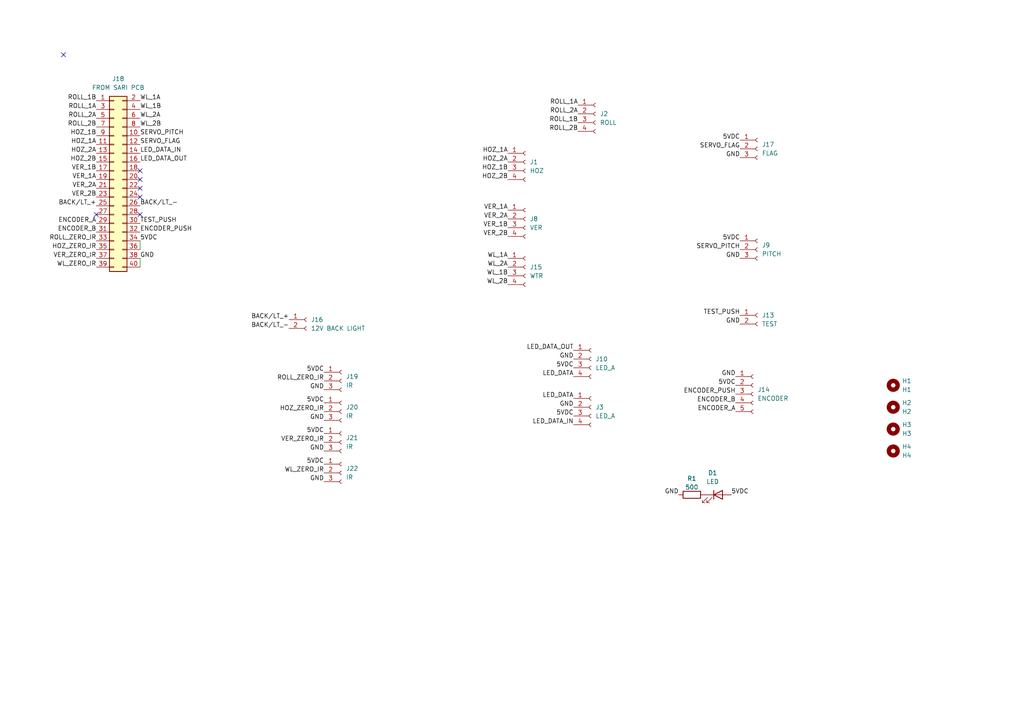
<source format=kicad_sch>
(kicad_sch (version 20211123) (generator eeschema)
  (paper "A4")
  (title_block (date "mar. 31 mars 2015"))
  (lib_symbols
    (symbol "Connector:Conn_01x02_Female" (pin_names (offset 1.016) hide)
      (property "Reference" "J" (at 0 2.54 0))
      (property "Value" "Conn_01x02_Female" (at 0 -5.08 0))
      (symbol "Conn_01x02_Female_1_1"
        (arc (start 0 -2.032) (mid -0.508 -2.54) (end 0 -3.048) (stroke (width 0.1524)))
        (polyline (pts (xy -1.27 -2.54) (xy -0.508 -2.54)) (stroke (width 0.1524)))
        (polyline (pts (xy -1.27 0) (xy -0.508 0)) (stroke (width 0.1524)))
        (arc (start 0 0.508) (mid -0.508 0) (end 0 -0.508) (stroke (width 0.1524)))
        (pin passive line (at -5.08 0 0) (length 3.81) (name "Pin_1") (number "1"))
        (pin passive line (at -5.08 -2.54 0) (length 3.81) (name "Pin_2") (number "2"))
      )
    )
    (symbol "Connector:Conn_01x03_Female" (pin_names (offset 1.016) hide)
      (property "Reference" "J" (at 0 5.08 0))
      (property "Value" "Conn_01x03_Female" (at 0 -5.08 0))
      (symbol "Conn_01x03_Female_1_1"
        (arc (start 0 -2.032) (mid -0.508 -2.54) (end 0 -3.048) (stroke (width 0.1524)))
        (polyline (pts (xy -1.27 -2.54) (xy -0.508 -2.54)) (stroke (width 0.1524)))
        (polyline (pts (xy -1.27 0) (xy -0.508 0)) (stroke (width 0.1524)))
        (polyline (pts (xy -1.27 2.54) (xy -0.508 2.54)) (stroke (width 0.1524)))
        (arc (start 0 0.508) (mid -0.508 0) (end 0 -0.508) (stroke (width 0.1524)))
        (arc (start 0 3.048) (mid -0.508 2.54) (end 0 2.032) (stroke (width 0.1524)))
        (pin passive line (at -5.08 2.54 0) (length 3.81) (name "Pin_1") (number "1"))
        (pin passive line (at -5.08 0 0) (length 3.81) (name "Pin_2") (number "2"))
        (pin passive line (at -5.08 -2.54 0) (length 3.81) (name "Pin_3") (number "3"))
      )
    )
    (symbol "Connector:Conn_01x04_Female" (pin_names (offset 1.016) hide)
      (property "Reference" "J" (at 0 5.08 0))
      (property "Value" "Conn_01x04_Female" (at 0 -7.62 0))
      (symbol "Conn_01x04_Female_1_1"
        (arc (start 0 -4.572) (mid -0.508 -5.08) (end 0 -5.588) (stroke (width 0.1524)))
        (arc (start 0 -2.032) (mid -0.508 -2.54) (end 0 -3.048) (stroke (width 0.1524)))
        (polyline (pts (xy -1.27 -5.08) (xy -0.508 -5.08)) (stroke (width 0.1524)))
        (polyline (pts (xy -1.27 -2.54) (xy -0.508 -2.54)) (stroke (width 0.1524)))
        (polyline (pts (xy -1.27 0) (xy -0.508 0)) (stroke (width 0.1524)))
        (polyline (pts (xy -1.27 2.54) (xy -0.508 2.54)) (stroke (width 0.1524)))
        (arc (start 0 0.508) (mid -0.508 0) (end 0 -0.508) (stroke (width 0.1524)))
        (arc (start 0 3.048) (mid -0.508 2.54) (end 0 2.032) (stroke (width 0.1524)))
        (pin passive line (at -5.08 2.54 0) (length 3.81) (name "Pin_1") (number "1"))
        (pin passive line (at -5.08 0 0) (length 3.81) (name "Pin_2") (number "2"))
        (pin passive line (at -5.08 -2.54 0) (length 3.81) (name "Pin_3") (number "3"))
        (pin passive line (at -5.08 -5.08 0) (length 3.81) (name "Pin_4") (number "4"))
      )
    )
    (symbol "Connector:Conn_01x05_Female" (pin_names (offset 1.016) hide)
      (property "Reference" "J" (at 0 7.62 0))
      (property "Value" "Conn_01x05_Female" (at 0 -7.62 0))
      (symbol "Conn_01x05_Female_1_1"
        (arc (start 0 -4.572) (mid -0.508 -5.08) (end 0 -5.588) (stroke (width 0.1524)))
        (arc (start 0 -2.032) (mid -0.508 -2.54) (end 0 -3.048) (stroke (width 0.1524)))
        (polyline (pts (xy -1.27 -5.08) (xy -0.508 -5.08)) (stroke (width 0.1524)))
        (polyline (pts (xy -1.27 -2.54) (xy -0.508 -2.54)) (stroke (width 0.1524)))
        (polyline (pts (xy -1.27 0) (xy -0.508 0)) (stroke (width 0.1524)))
        (polyline (pts (xy -1.27 2.54) (xy -0.508 2.54)) (stroke (width 0.1524)))
        (polyline (pts (xy -1.27 5.08) (xy -0.508 5.08)) (stroke (width 0.1524)))
        (arc (start 0 0.508) (mid -0.508 0) (end 0 -0.508) (stroke (width 0.1524)))
        (arc (start 0 3.048) (mid -0.508 2.54) (end 0 2.032) (stroke (width 0.1524)))
        (arc (start 0 5.588) (mid -0.508 5.08) (end 0 4.572) (stroke (width 0.1524)))
        (pin passive line (at -5.08 5.08 0) (length 3.81) (name "Pin_1") (number "1"))
        (pin passive line (at -5.08 2.54 0) (length 3.81) (name "Pin_2") (number "2"))
        (pin passive line (at -5.08 0 0) (length 3.81) (name "Pin_3") (number "3"))
        (pin passive line (at -5.08 -2.54 0) (length 3.81) (name "Pin_4") (number "4"))
        (pin passive line (at -5.08 -5.08 0) (length 3.81) (name "Pin_5") (number "5"))
      )
    )
    (symbol "Connector_Generic:Conn_02x20_Odd_Even" (pin_names (offset 1.016) hide)
      (property "Reference" "J" (at 1.27 25.4 0))
      (property "Value" "Conn_02x20_Odd_Even" (at 1.27 -27.94 0))
      (symbol "Conn_02x20_Odd_Even_1_1"
        (rectangle (start -1.27 -25.273) (end 0 -25.527) (stroke (width 0.1524)))
        (rectangle (start -1.27 -22.733) (end 0 -22.987) (stroke (width 0.1524)))
        (rectangle (start -1.27 -20.193) (end 0 -20.447) (stroke (width 0.1524)))
        (rectangle (start -1.27 -17.653) (end 0 -17.907) (stroke (width 0.1524)))
        (rectangle (start -1.27 -15.113) (end 0 -15.367) (stroke (width 0.1524)))
        (rectangle (start -1.27 -12.573) (end 0 -12.827) (stroke (width 0.1524)))
        (rectangle (start -1.27 -10.033) (end 0 -10.287) (stroke (width 0.1524)))
        (rectangle (start -1.27 -7.493) (end 0 -7.747) (stroke (width 0.1524)))
        (rectangle (start -1.27 -4.953) (end 0 -5.207) (stroke (width 0.1524)))
        (rectangle (start -1.27 -2.413) (end 0 -2.667) (stroke (width 0.1524)))
        (rectangle (start -1.27 0.127) (end 0 -0.127) (stroke (width 0.1524)))
        (rectangle (start -1.27 2.667) (end 0 2.413) (stroke (width 0.1524)))
        (rectangle (start -1.27 5.207) (end 0 4.953) (stroke (width 0.1524)))
        (rectangle (start -1.27 7.747) (end 0 7.493) (stroke (width 0.1524)))
        (rectangle (start -1.27 10.287) (end 0 10.033) (stroke (width 0.1524)))
        (rectangle (start -1.27 12.827) (end 0 12.573) (stroke (width 0.1524)))
        (rectangle (start -1.27 15.367) (end 0 15.113) (stroke (width 0.1524)))
        (rectangle (start -1.27 17.907) (end 0 17.653) (stroke (width 0.1524)))
        (rectangle (start -1.27 20.447) (end 0 20.193) (stroke (width 0.1524)))
        (rectangle (start -1.27 22.987) (end 0 22.733) (stroke (width 0.1524)))
        (rectangle (start -1.27 24.13) (end 3.81 -26.67) (stroke (width 0.254)) (fill (type background)))
        (rectangle (start 3.81 -25.273) (end 2.54 -25.527) (stroke (width 0.1524)))
        (rectangle (start 3.81 -22.733) (end 2.54 -22.987) (stroke (width 0.1524)))
        (rectangle (start 3.81 -20.193) (end 2.54 -20.447) (stroke (width 0.1524)))
        (rectangle (start 3.81 -17.653) (end 2.54 -17.907) (stroke (width 0.1524)))
        (rectangle (start 3.81 -15.113) (end 2.54 -15.367) (stroke (width 0.1524)))
        (rectangle (start 3.81 -12.573) (end 2.54 -12.827) (stroke (width 0.1524)))
        (rectangle (start 3.81 -10.033) (end 2.54 -10.287) (stroke (width 0.1524)))
        (rectangle (start 3.81 -7.493) (end 2.54 -7.747) (stroke (width 0.1524)))
        (rectangle (start 3.81 -4.953) (end 2.54 -5.207) (stroke (width 0.1524)))
        (rectangle (start 3.81 -2.413) (end 2.54 -2.667) (stroke (width 0.1524)))
        (rectangle (start 3.81 0.127) (end 2.54 -0.127) (stroke (width 0.1524)))
        (rectangle (start 3.81 2.667) (end 2.54 2.413) (stroke (width 0.1524)))
        (rectangle (start 3.81 5.207) (end 2.54 4.953) (stroke (width 0.1524)))
        (rectangle (start 3.81 7.747) (end 2.54 7.493) (stroke (width 0.1524)))
        (rectangle (start 3.81 10.287) (end 2.54 10.033) (stroke (width 0.1524)))
        (rectangle (start 3.81 12.827) (end 2.54 12.573) (stroke (width 0.1524)))
        (rectangle (start 3.81 15.367) (end 2.54 15.113) (stroke (width 0.1524)))
        (rectangle (start 3.81 17.907) (end 2.54 17.653) (stroke (width 0.1524)))
        (rectangle (start 3.81 20.447) (end 2.54 20.193) (stroke (width 0.1524)))
        (rectangle (start 3.81 22.987) (end 2.54 22.733) (stroke (width 0.1524)))
        (pin passive line (at -5.08 22.86 0) (length 3.81) (name "Pin_1") (number "1"))
        (pin passive line (at 7.62 12.7 180) (length 3.81) (name "Pin_10") (number "10"))
        (pin passive line (at -5.08 10.16 0) (length 3.81) (name "Pin_11") (number "11"))
        (pin passive line (at 7.62 10.16 180) (length 3.81) (name "Pin_12") (number "12"))
        (pin passive line (at -5.08 7.62 0) (length 3.81) (name "Pin_13") (number "13"))
        (pin passive line (at 7.62 7.62 180) (length 3.81) (name "Pin_14") (number "14"))
        (pin passive line (at -5.08 5.08 0) (length 3.81) (name "Pin_15") (number "15"))
        (pin passive line (at 7.62 5.08 180) (length 3.81) (name "Pin_16") (number "16"))
        (pin passive line (at -5.08 2.54 0) (length 3.81) (name "Pin_17") (number "17"))
        (pin passive line (at 7.62 2.54 180) (length 3.81) (name "Pin_18") (number "18"))
        (pin passive line (at -5.08 0 0) (length 3.81) (name "Pin_19") (number "19"))
        (pin passive line (at 7.62 22.86 180) (length 3.81) (name "Pin_2") (number "2"))
        (pin passive line (at 7.62 0 180) (length 3.81) (name "Pin_20") (number "20"))
        (pin passive line (at -5.08 -2.54 0) (length 3.81) (name "Pin_21") (number "21"))
        (pin passive line (at 7.62 -2.54 180) (length 3.81) (name "Pin_22") (number "22"))
        (pin passive line (at -5.08 -5.08 0) (length 3.81) (name "Pin_23") (number "23"))
        (pin passive line (at 7.62 -5.08 180) (length 3.81) (name "Pin_24") (number "24"))
        (pin passive line (at -5.08 -7.62 0) (length 3.81) (name "Pin_25") (number "25"))
        (pin passive line (at 7.62 -7.62 180) (length 3.81) (name "Pin_26") (number "26"))
        (pin passive line (at -5.08 -10.16 0) (length 3.81) (name "Pin_27") (number "27"))
        (pin passive line (at 7.62 -10.16 180) (length 3.81) (name "Pin_28") (number "28"))
        (pin passive line (at -5.08 -12.7 0) (length 3.81) (name "Pin_29") (number "29"))
        (pin passive line (at -5.08 20.32 0) (length 3.81) (name "Pin_3") (number "3"))
        (pin passive line (at 7.62 -12.7 180) (length 3.81) (name "Pin_30") (number "30"))
        (pin passive line (at -5.08 -15.24 0) (length 3.81) (name "Pin_31") (number "31"))
        (pin passive line (at 7.62 -15.24 180) (length 3.81) (name "Pin_32") (number "32"))
        (pin passive line (at -5.08 -17.78 0) (length 3.81) (name "Pin_33") (number "33"))
        (pin passive line (at 7.62 -17.78 180) (length 3.81) (name "Pin_34") (number "34"))
        (pin passive line (at -5.08 -20.32 0) (length 3.81) (name "Pin_35") (number "35"))
        (pin passive line (at 7.62 -20.32 180) (length 3.81) (name "Pin_36") (number "36"))
        (pin passive line (at -5.08 -22.86 0) (length 3.81) (name "Pin_37") (number "37"))
        (pin passive line (at 7.62 -22.86 180) (length 3.81) (name "Pin_38") (number "38"))
        (pin passive line (at -5.08 -25.4 0) (length 3.81) (name "Pin_39") (number "39"))
        (pin passive line (at 7.62 20.32 180) (length 3.81) (name "Pin_4") (number "4"))
        (pin passive line (at 7.62 -25.4 180) (length 3.81) (name "Pin_40") (number "40"))
        (pin passive line (at -5.08 17.78 0) (length 3.81) (name "Pin_5") (number "5"))
        (pin passive line (at 7.62 17.78 180) (length 3.81) (name "Pin_6") (number "6"))
        (pin passive line (at -5.08 15.24 0) (length 3.81) (name "Pin_7") (number "7"))
        (pin passive line (at 7.62 15.24 180) (length 3.81) (name "Pin_8") (number "8"))
        (pin passive line (at -5.08 12.7 0) (length 3.81) (name "Pin_9") (number "9"))
      )
    )
    (symbol "Device:LED" (pin_numbers hide) (pin_names (offset 1.016) hide)
      (property "Reference" "D" (at 0 2.54 0))
      (property "Value" "LED" (at 0 -2.54 0))
      (symbol "LED_0_1"
        (polyline (pts (xy -1.27 -1.27) (xy -1.27 1.27)) (stroke (width 0.254)))
        (polyline (pts (xy -1.27 0) (xy 1.27 0)))
        (polyline (pts (xy 1.27 -1.27) (xy 1.27 1.27) (xy -1.27 0) (xy 1.27 -1.27)) (stroke (width 0.254)))
        (polyline (pts (xy -3.048 -0.762) (xy -4.572 -2.286) (xy -3.81 -2.286) (xy -4.572 -2.286) (xy -4.572 -1.524)))
        (polyline (pts (xy -1.778 -0.762) (xy -3.302 -2.286) (xy -2.54 -2.286) (xy -3.302 -2.286) (xy -3.302 -1.524)))
      )
      (symbol "LED_1_1"
        (pin passive line (at -3.81 0 0) (length 2.54) (name "K") (number "1"))
        (pin passive line (at 3.81 0 180) (length 2.54) (name "A") (number "2"))
      )
    )
    (symbol "Device:R" (pin_numbers hide) (pin_names (offset 0))
      (property "Reference" "R" (at 2.032 0 90))
      (property "Value" "R" (at 0 0 90))
      (symbol "R_0_1"
        (rectangle (start -1.016 -2.54) (end 1.016 2.54) (stroke (width 0.254)))
      )
      (symbol "R_1_1"
        (pin passive line (at 0 3.81 270) (length 1.27) (name "~") (number "1"))
        (pin passive line (at 0 -3.81 90) (length 1.27) (name "~") (number "2"))
      )
    )
    (symbol "Mechanical:MountingHole" (pin_names (offset 1.016))
      (property "Reference" "H" (at 0 5.08 0))
      (property "Value" "MountingHole" (at 0 3.175 0))
      (symbol "MountingHole_0_1"
        (circle (center 0 0) (radius 1.27) (stroke (width 1.27)))
      )
    )
  )
  (no_connect (at 18.415 15.875))
  (no_connect (at 40.64 49.53))
  (no_connect (at 40.64 52.07))
  (no_connect (at 40.64 54.61))
  (no_connect (at 40.64 57.15))
  (no_connect (at 40.64 62.23))
  (no_connect (at 27.94 62.23))
  (wire (pts (xy 40.64 69.85) (xy 40.64 72.39)))
  (wire (pts (xy 40.64 74.93) (xy 40.64 77.47)))
  (label "ROLL_ZERO_IR" (at 93.98 110.49 180))
  (label "HOZ_ZERO_IR" (at 27.94 72.39 180))
  (label "5VDC" (at 212.09 143.51 0))
  (label "GND" (at 93.98 139.7 180))
  (label "ROLL_2B" (at 27.94 36.83 180))
  (label "WL_1B" (at 147.32 80.01 180))
  (label "ROLL_1B" (at 167.64 35.56 180))
  (label "ROLL_2A" (at 167.64 33.02 180))
  (label "HOZ_1A" (at 27.94 41.91 180))
  (label "5VDC" (at 166.37 120.65 180))
  (label "VER_1A" (at 27.94 52.07 180))
  (label "HOZ_1B" (at 27.94 39.37 180))
  (label "HOZ_ZERO_IR" (at 93.98 119.38 180))
  (label "VER_2A" (at 147.32 63.5 180))
  (label "LED_DATA_OUT" (at 166.37 101.6 180))
  (label "HOZ_2B" (at 147.32 52.07 180))
  (label "VER_2B" (at 147.32 68.58 180))
  (label "WL_2B" (at 40.64 36.83 0))
  (label "WL_2A" (at 147.32 77.47 180))
  (label "BACK{slash}LT_+" (at 83.82 92.71 180))
  (label "GND" (at 93.98 121.92 180))
  (label "5VDC" (at 213.36 111.76 180))
  (label "LED_DATA_OUT" (at 40.64 46.99 0))
  (label "WL_1A" (at 40.64 29.21 0))
  (label "5VDC" (at 93.98 125.73 180))
  (label "BACK{slash}LT_-" (at 83.82 95.25 180))
  (label "ENCODER_B" (at 27.94 67.31 180))
  (label "SERVO_PITCH" (at 214.63 72.39 180))
  (label "VER_ZERO_IR" (at 27.94 74.93 180))
  (label "ROLL_1B" (at 27.94 29.21 180))
  (label "5VDC" (at 214.63 69.85 180))
  (label "GND" (at 196.85 143.51 180))
  (label "HOZ_1B" (at 147.32 49.53 180))
  (label "HOZ_2A" (at 27.94 44.45 180))
  (label "GND" (at 214.63 93.98 180))
  (label "HOZ_2A" (at 147.32 46.99 180))
  (label "GND" (at 214.63 74.93 180))
  (label "GND" (at 213.36 109.22 180))
  (label "ROLL_1A" (at 167.64 30.48 180))
  (label "5VDC" (at 166.37 106.68 180))
  (label "HOZ_2B" (at 27.94 46.99 180))
  (label "LED_DATA_IN" (at 166.37 123.19 180))
  (label "VER_ZERO_IR" (at 93.98 128.27 180))
  (label "VER_1B" (at 27.94 49.53 180))
  (label "WL_2B" (at 147.32 82.55 180))
  (label "GND" (at 166.37 118.11 180))
  (label "5VDC" (at 93.98 116.84 180))
  (label "WL_2A" (at 40.64 34.29 0))
  (label "GND" (at 214.63 45.72 180))
  (label "SERVO_FLAG" (at 40.64 41.91 0))
  (label "BACK{slash}LT_+" (at 27.94 59.69 180))
  (label "GND" (at 93.98 113.03 180))
  (label "VER_2A" (at 27.94 54.61 180))
  (label "SERVO_FLAG" (at 214.63 43.18 180))
  (label "5VDC" (at 40.64 69.85 0))
  (label "TEST_PUSH" (at 214.63 91.44 180))
  (label "HOZ_1A" (at 147.32 44.45 180))
  (label "ENCODER_PUSH" (at 213.36 114.3 180))
  (label "BACK{slash}LT_-" (at 40.64 59.69 0))
  (label "ENCODER_B" (at 213.36 116.84 180))
  (label "LED_DATA_IN" (at 40.64 44.45 0))
  (label "VER_2B" (at 27.94 57.15 180))
  (label "VER_1B" (at 147.32 66.04 180))
  (label "WL_ZERO_IR" (at 93.98 137.16 180))
  (label "GND" (at 93.98 130.81 180))
  (label "LED_DATA" (at 166.37 109.22 180))
  (label "WL_ZERO_IR" (at 27.94 77.47 180))
  (label "5VDC" (at 214.63 40.64 180))
  (label "5VDC" (at 93.98 134.62 180))
  (label "GND" (at 166.37 104.14 180))
  (label "TEST_PUSH" (at 40.64 64.77 0))
  (label "LED_DATA" (at 166.37 115.57 180))
  (label "VER_1A" (at 147.32 60.96 180))
  (label "ENCODER_PUSH" (at 40.64 67.31 0))
  (label "5VDC" (at 93.98 107.95 180))
  (label "WL_1B" (at 40.64 31.75 0))
  (label "ENCODER_A" (at 213.36 119.38 180))
  (label "ROLL_1A" (at 27.94 31.75 180))
  (label "ROLL_ZERO_IR" (at 27.94 69.85 180))
  (label "ROLL_2A" (at 27.94 34.29 180))
  (label "SERVO_PITCH" (at 40.64 39.37 0))
  (label "GND" (at 40.64 74.93 0))
  (label "ENCODER_A" (at 27.94 64.77 180))
  (label "ROLL_2B" (at 167.64 38.1 180))
  (label "WL_1A" (at 147.32 74.93 180))
  (symbol (lib_id "Connector:Conn_01x02_Female") (at 219.71 91.44 0) (unit 1)
    (property "Reference" "J13" (at 220.98 91.4399 0) (effects (justify left)))
    (property "Value" "TEST" (at 220.98 93.9799 0) (effects (justify left)))
    (property "Footprint" "Connector_JST:JST_XH_B2B-XH-A_1x02_P2.50mm_Vertical" (effects hide))
  )
  (symbol (lib_id "Mechanical:MountingHole") (at 259.08 111.76 0) (unit 1)
    (property "Reference" "H1" (at 261.62 110.4899 0) (effects (justify left)))
    (property "Value" "H1" (at 261.62 113.0299 0) (effects (justify left)))
    (property "Footprint" "MountingHole:MountingHole_2.5mm" (effects hide))
  )
  (symbol (lib_id "Mechanical:MountingHole") (at 259.08 130.81 0) (unit 1)
    (property "Reference" "H4" (at 261.62 129.5399 0) (effects (justify left)))
    (property "Value" "H4" (at 261.62 132.0799 0) (effects (justify left)))
    (property "Footprint" "MountingHole:MountingHole_2.5mm" (effects hide))
  )
  (symbol (lib_id "Connector:Conn_01x04_Female") (at 172.72 33.02 0) (unit 1)
    (property "Reference" "J2" (at 173.99 33.0199 0) (effects (justify left)))
    (property "Value" "ROLL" (at 173.99 35.5599 0) (effects (justify left)))
    (property "Footprint" "Connector_JST:JST_XH_B4B-XH-A_1x04_P2.50mm_Vertical" (effects hide))
  )
  (symbol (lib_id "Connector:Conn_01x03_Female") (at 99.06 128.27 0) (unit 1)
    (property "Reference" "J21" (at 100.33 126.9999 0) (effects (justify left)))
    (property "Value" "IR" (at 100.33 129.5399 0) (effects (justify left)))
    (property "Footprint" "Connector_Molex:Molex_PicoBlade_53047-0310_1x03_P1.25mm_Vertical" (effects hide))
  )
  (symbol (lib_id "Connector:Conn_01x03_Female") (at 99.06 119.38 0) (unit 1)
    (property "Reference" "J20" (at 100.33 118.1099 0) (effects (justify left)))
    (property "Value" "IR" (at 100.33 120.6499 0) (effects (justify left)))
    (property "Footprint" "Connector_Molex:Molex_PicoBlade_53047-0310_1x03_P1.25mm_Vertical" (effects hide))
  )
  (symbol (lib_id "Device:LED") (at 208.28 143.51 0) (unit 1)
    (property "Reference" "D1" (at 206.6925 137.16 0))
    (property "Value" "LED" (at 206.6925 139.7 0))
    (property "Footprint" "LED_THT:LED_D3.0mm" (effects hide))
  )
  (symbol (lib_id "Connector:Conn_01x04_Female") (at 152.4 46.99 0) (unit 1)
    (property "Reference" "J1" (at 153.67 46.9899 0) (effects (justify left)))
    (property "Value" "HOZ" (at 153.67 49.5299 0) (effects (justify left)))
    (property "Footprint" "Connector_Molex:Molex_PicoBlade_53047-0410_1x04_P1.25mm_Vertical" (effects hide))
  )
  (symbol (lib_id "Mechanical:MountingHole") (at 259.08 118.11 0) (unit 1)
    (property "Reference" "H2" (at 261.62 116.8399 0) (effects (justify left)))
    (property "Value" "H2" (at 261.62 119.3799 0) (effects (justify left)))
    (property "Footprint" "MountingHole:MountingHole_2.5mm" (effects hide))
  )
  (symbol (lib_id "Connector:Conn_01x04_Female") (at 152.4 63.5 0) (unit 1)
    (property "Reference" "J8" (at 153.67 63.4999 0) (effects (justify left)))
    (property "Value" "VER" (at 153.67 66.0399 0) (effects (justify left)))
    (property "Footprint" "Connector_Molex:Molex_PicoBlade_53047-0410_1x04_P1.25mm_Vertical" (effects hide))
  )
  (symbol (lib_id "Connector_Generic:Conn_02x20_Odd_Even") (at 33.02 52.07 0) (unit 1)
    (property "Reference" "J18" (at 34.29 22.86 0))
    (property "Value" "FROM SARI PCB" (at 34.29 25.4 0))
    (property "Footprint" "Connector_IDC:IDC-Header_2x20_P2.54mm_Vertical" (effects hide))
  )
  (symbol (lib_id "Connector:Conn_01x03_Female") (at 219.71 43.18 0) (unit 1)
    (property "Reference" "J17" (at 220.98 41.9099 0) (effects (justify left)))
    (property "Value" "FLAG" (at 220.98 44.4499 0) (effects (justify left)))
    (property "Footprint" "Connector_Molex:Molex_PicoBlade_53047-0310_1x03_P1.25mm_Vertical" (effects hide))
  )
  (symbol (lib_id "Mechanical:MountingHole") (at 259.08 124.46 0) (unit 1)
    (property "Reference" "H3" (at 261.62 123.1899 0) (effects (justify left)))
    (property "Value" "H3" (at 261.62 125.7299 0) (effects (justify left)))
    (property "Footprint" "MountingHole:MountingHole_2.5mm" (effects hide))
  )
  (symbol (lib_id "Connector:Conn_01x04_Female") (at 152.4 77.47 0) (unit 1)
    (property "Reference" "J15" (at 153.67 77.4699 0) (effects (justify left)))
    (property "Value" "WTR" (at 153.67 80.0099 0) (effects (justify left)))
    (property "Footprint" "Connector_Molex:Molex_PicoBlade_53047-0410_1x04_P1.25mm_Vertical" (effects hide))
  )
  (symbol (lib_id "Connector:Conn_01x02_Female") (at 88.9 92.71 0) (unit 1)
    (property "Reference" "J16" (at 90.17 92.7099 0) (effects (justify left)))
    (property "Value" "12V BACK LIGHT" (at 90.17 95.2499 0) (effects (justify left)))
    (property "Footprint" "Connector_JST:JST_XH_B2B-XH-A_1x02_P2.50mm_Vertical" (effects hide))
  )
  (symbol (lib_id "Device:R") (at 200.66 143.51 90) (unit 1)
    (property "Reference" "R1" (at 200.66 138.7942 90))
    (property "Value" "500" (at 200.66 141.3311 90))
    (property "Footprint" "Resistor_THT:R_Axial_DIN0207_L6.3mm_D2.5mm_P7.62mm_Horizontal" (effects hide))
  )
  (symbol (lib_id "Connector:Conn_01x03_Female") (at 99.06 137.16 0) (unit 1)
    (property "Reference" "J22" (at 100.33 135.8899 0) (effects (justify left)))
    (property "Value" "IR" (at 100.33 138.4299 0) (effects (justify left)))
    (property "Footprint" "Connector_Molex:Molex_PicoBlade_53047-0310_1x03_P1.25mm_Vertical" (effects hide))
  )
  (symbol (lib_id "Connector:Conn_01x05_Female") (at 218.44 114.3 0) (unit 1)
    (property "Reference" "J14" (at 219.71 113.0299 0) (effects (justify left)))
    (property "Value" "ENCODER" (at 219.71 115.5699 0) (effects (justify left)))
    (property "Footprint" "Connector_JST:JST_XH_B5B-XH-A_1x05_P2.50mm_Vertical" (effects hide))
  )
  (symbol (lib_id "Connector:Conn_01x03_Female") (at 99.06 110.49 0) (unit 1)
    (property "Reference" "J19" (at 100.33 109.2199 0) (effects (justify left)))
    (property "Value" "IR" (at 100.33 111.7599 0) (effects (justify left)))
    (property "Footprint" "Connector_Molex:Molex_PicoBlade_53047-0310_1x03_P1.25mm_Vertical" (effects hide))
  )
  (symbol (lib_id "Connector:Conn_01x03_Female") (at 219.71 72.39 0) (unit 1)
    (property "Reference" "J9" (at 220.98 71.1199 0) (effects (justify left)))
    (property "Value" "PITCH" (at 220.98 73.6599 0) (effects (justify left)))
    (property "Footprint" "Connector_JST:JST_XH_B3B-XH-A_1x03_P2.50mm_Vertical" (effects hide))
  )
  (symbol (lib_id "Connector:Conn_01x04_Female") (at 171.45 104.14 0) (unit 1)
    (property "Reference" "J10" (at 172.72 104.1399 0) (effects (justify left)))
    (property "Value" "LED_A" (at 172.72 106.6799 0) (effects (justify left)))
    (property "Footprint" "Connector_Molex:Molex_PicoBlade_53047-0410_1x04_P1.25mm_Vertical" (effects hide))
  )
  (symbol (lib_id "Connector:Conn_01x04_Female") (at 171.45 118.11 0) (unit 1)
    (property "Reference" "J3" (at 172.72 118.1099 0) (effects (justify left)))
    (property "Value" "LED_A" (at 172.72 120.6499 0) (effects (justify left)))
    (property "Footprint" "Connector_Molex:Molex_PicoBlade_53047-0410_1x04_P1.25mm_Vertical" (effects hide))
  )
)
</source>
